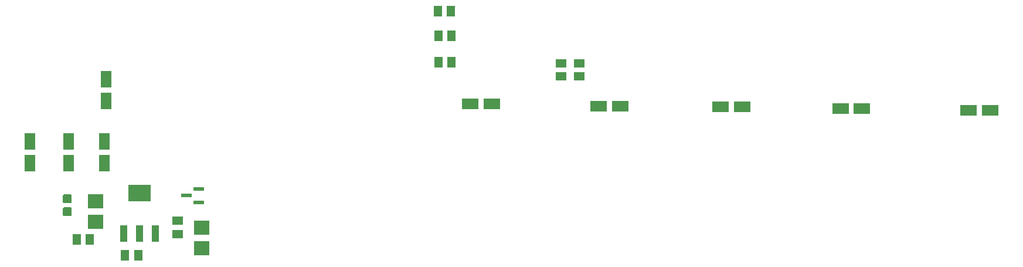
<source format=gtp>
%FSLAX25Y25*%
%MOIN*%
G70*
G01*
G75*
G04 Layer_Color=8421504*
%ADD10R,0.05118X0.05906*%
%ADD11R,0.06102X0.09646*%
%ADD12R,0.06299X0.02362*%
%ADD13R,0.05906X0.05118*%
%ADD14R,0.08661X0.07874*%
%ADD15R,0.09646X0.06102*%
%ADD16R,0.12992X0.09449*%
%ADD17R,0.03937X0.09449*%
G04:AMPARAMS|DCode=18|XSize=50mil|YSize=50mil|CornerRadius=6.25mil|HoleSize=0mil|Usage=FLASHONLY|Rotation=270.000|XOffset=0mil|YOffset=0mil|HoleType=Round|Shape=RoundedRectangle|*
%AMROUNDEDRECTD18*
21,1,0.05000,0.03750,0,0,270.0*
21,1,0.03750,0.05000,0,0,270.0*
1,1,0.01250,-0.01875,-0.01875*
1,1,0.01250,-0.01875,0.01875*
1,1,0.01250,0.01875,0.01875*
1,1,0.01250,0.01875,-0.01875*
%
%ADD18ROUNDEDRECTD18*%
%ADD19C,0.02000*%
%ADD20C,0.03000*%
%ADD21C,0.11000*%
%ADD22C,0.05906*%
%ADD23R,0.05906X0.05906*%
%ADD24O,0.07874X0.03937*%
%ADD25O,0.07874X0.03937*%
%ADD26C,0.10000*%
%ADD27C,0.07874*%
%ADD28R,0.05906X0.05906*%
%ADD29C,0.09843*%
%ADD30C,0.04921*%
%ADD31R,0.04921X0.04921*%
%ADD32C,0.06299*%
%ADD33R,0.06299X0.06299*%
%ADD34O,0.03937X0.07874*%
%ADD35O,0.03937X0.07874*%
%ADD36C,0.03000*%
%ADD37C,0.07874*%
%ADD38C,0.00984*%
%ADD39C,0.00787*%
%ADD40C,0.01000*%
%ADD41C,0.00500*%
%ADD42C,0.00300*%
D10*
X58160Y21000D02*
D03*
X65640D02*
D03*
X271240Y121700D02*
D03*
X263760D02*
D03*
X270940Y150700D02*
D03*
X263460D02*
D03*
X271240Y136600D02*
D03*
X263760D02*
D03*
X85660Y12000D02*
D03*
X93140D02*
D03*
D11*
X74900Y99898D02*
D03*
Y112102D02*
D03*
X73900Y76602D02*
D03*
Y64398D02*
D03*
X31400Y76602D02*
D03*
Y64398D02*
D03*
X53400D02*
D03*
Y76602D02*
D03*
D12*
X120357Y46000D02*
D03*
X127443Y49740D02*
D03*
Y42260D02*
D03*
D13*
X115400Y24260D02*
D03*
Y31740D02*
D03*
X343700Y121140D02*
D03*
Y113660D02*
D03*
X333600Y121140D02*
D03*
Y113660D02*
D03*
D14*
X129000Y27906D02*
D03*
Y16095D02*
D03*
X68900Y42906D02*
D03*
Y31094D02*
D03*
D15*
X294002Y98200D02*
D03*
X281798D02*
D03*
X577402Y94500D02*
D03*
X565198D02*
D03*
X504602Y95500D02*
D03*
X492398D02*
D03*
X367002Y96800D02*
D03*
X354798D02*
D03*
X436502Y96500D02*
D03*
X424298D02*
D03*
D16*
X93900Y47417D02*
D03*
D17*
X102955Y24583D02*
D03*
X93900D02*
D03*
X84845D02*
D03*
D18*
X52900Y44250D02*
D03*
Y36750D02*
D03*
M02*

</source>
